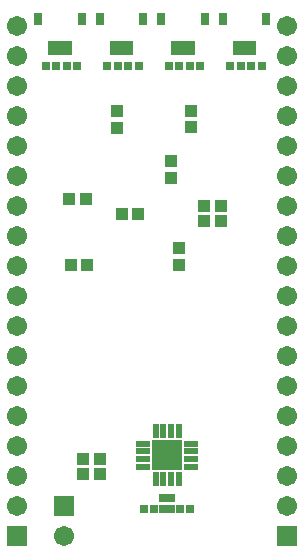
<source format=gbs>
%FSLAX25Y25*%
%MOIN*%
G70*
G01*
G75*
G04 Layer_Color=16711935*
%ADD10R,0.03600X0.03600*%
%ADD11R,0.03600X0.03600*%
%ADD12R,0.07087X0.07480*%
%ADD13R,0.01575X0.05315*%
%ADD14R,0.08268X0.06299*%
%ADD15R,0.25787X0.25787*%
%ADD16O,0.01378X0.03937*%
%ADD17O,0.03937X0.01378*%
%ADD18R,0.02200X0.02200*%
%ADD19R,0.01181X0.03937*%
%ADD20R,0.01969X0.03150*%
%ADD21R,0.04724X0.07874*%
%ADD22R,0.04528X0.02953*%
%ADD23R,0.03740X0.05512*%
%ADD24R,0.02362X0.06299*%
%ADD25R,0.02362X0.07087*%
%ADD26C,0.00600*%
%ADD27C,0.01500*%
%ADD28C,0.01000*%
%ADD29C,0.00800*%
%ADD30C,0.01200*%
%ADD31C,0.03500*%
%ADD32C,0.01300*%
%ADD33C,0.02500*%
%ADD34C,0.02300*%
%ADD35C,0.02000*%
%ADD36C,0.05906*%
%ADD37R,0.05906X0.05906*%
%ADD38C,0.02500*%
%ADD39R,0.02200X0.02200*%
%ADD40R,0.03937X0.01260*%
%ADD41R,0.01260X0.03937*%
%ADD42R,0.09449X0.09449*%
%ADD43R,0.01963X0.04400*%
%ADD44R,0.03700X0.01600*%
%ADD45C,0.00984*%
%ADD46C,0.00787*%
%ADD47R,0.04400X0.04400*%
%ADD48R,0.04400X0.04400*%
%ADD49R,0.07887X0.08280*%
%ADD50R,0.02375X0.06115*%
%ADD51R,0.09068X0.07099*%
%ADD52R,0.26587X0.26587*%
%ADD53O,0.02178X0.04737*%
%ADD54O,0.04737X0.02178*%
%ADD55R,0.03000X0.03000*%
%ADD56R,0.01981X0.04737*%
%ADD57R,0.02769X0.03950*%
%ADD58R,0.05524X0.08674*%
%ADD59R,0.05328X0.03753*%
%ADD60R,0.04540X0.06312*%
%ADD61R,0.03162X0.07099*%
%ADD62R,0.03162X0.07887*%
%ADD63C,0.06706*%
%ADD64R,0.06706X0.06706*%
%ADD65R,0.03000X0.03000*%
%ADD66R,0.04737X0.02060*%
%ADD67R,0.02060X0.04737*%
%ADD68R,0.10249X0.10249*%
D47*
X56339Y129841D02*
D03*
X56339Y124341D02*
D03*
X58839Y95341D02*
D03*
Y100841D02*
D03*
X38313Y146500D02*
D03*
Y141000D02*
D03*
X62997Y146624D02*
D03*
Y141124D02*
D03*
D48*
X22839Y95341D02*
D03*
X28339D02*
D03*
X22339Y117341D02*
D03*
X27839D02*
D03*
X39839Y112341D02*
D03*
X45339Y112341D02*
D03*
X72839Y114841D02*
D03*
X67339D02*
D03*
X72839Y109841D02*
D03*
X67339Y109841D02*
D03*
X32500Y25500D02*
D03*
X27000D02*
D03*
X32500Y30500D02*
D03*
X27000D02*
D03*
D55*
X59100Y14000D02*
D03*
X62600D02*
D03*
X50600D02*
D03*
X47100D02*
D03*
X86500Y161500D02*
D03*
X83000D02*
D03*
X79500D02*
D03*
X76000D02*
D03*
X66000D02*
D03*
X62500D02*
D03*
X59000D02*
D03*
X55500D02*
D03*
X45500D02*
D03*
X42000D02*
D03*
X38500D02*
D03*
X35000D02*
D03*
X25000D02*
D03*
X21500D02*
D03*
X18000D02*
D03*
X14500D02*
D03*
D56*
X16300Y167500D02*
D03*
X18269D02*
D03*
X20237D02*
D03*
X22206D02*
D03*
X36800D02*
D03*
X38769D02*
D03*
X40737D02*
D03*
X42706D02*
D03*
X57300D02*
D03*
X59268D02*
D03*
X61237D02*
D03*
X63205D02*
D03*
X77800D02*
D03*
X79769D02*
D03*
X81737D02*
D03*
X83706D02*
D03*
D57*
X11969Y177342D02*
D03*
X26536D02*
D03*
X32469D02*
D03*
X47036D02*
D03*
X52969D02*
D03*
X67536D02*
D03*
X73469D02*
D03*
X88036D02*
D03*
D63*
X20500Y5000D02*
D03*
X95000Y175000D02*
D03*
Y165000D02*
D03*
Y155000D02*
D03*
Y145000D02*
D03*
Y135000D02*
D03*
Y125000D02*
D03*
Y115000D02*
D03*
Y105000D02*
D03*
Y95000D02*
D03*
Y85000D02*
D03*
Y75000D02*
D03*
Y65000D02*
D03*
Y55000D02*
D03*
Y45000D02*
D03*
Y35000D02*
D03*
Y25000D02*
D03*
Y15000D02*
D03*
X5000Y175000D02*
D03*
Y165000D02*
D03*
Y155000D02*
D03*
Y145000D02*
D03*
Y135000D02*
D03*
Y125000D02*
D03*
Y115000D02*
D03*
Y105000D02*
D03*
Y95000D02*
D03*
Y85000D02*
D03*
Y75000D02*
D03*
Y65000D02*
D03*
Y55000D02*
D03*
Y45000D02*
D03*
Y35000D02*
D03*
Y25000D02*
D03*
Y15000D02*
D03*
D64*
X20500D02*
D03*
X95000Y5000D02*
D03*
X5000D02*
D03*
D65*
X53400Y14000D02*
D03*
Y17500D02*
D03*
X56300Y14000D02*
D03*
Y17500D02*
D03*
D66*
X62971Y35639D02*
D03*
Y33079D02*
D03*
Y30520D02*
D03*
Y27961D02*
D03*
X46829Y35639D02*
D03*
Y33079D02*
D03*
Y30520D02*
D03*
Y27961D02*
D03*
D67*
X51061Y23729D02*
D03*
X53620Y23729D02*
D03*
X56179D02*
D03*
X58739D02*
D03*
X58739Y39871D02*
D03*
X56179D02*
D03*
X53620D02*
D03*
X51061D02*
D03*
D68*
X54900Y31800D02*
D03*
M02*

</source>
